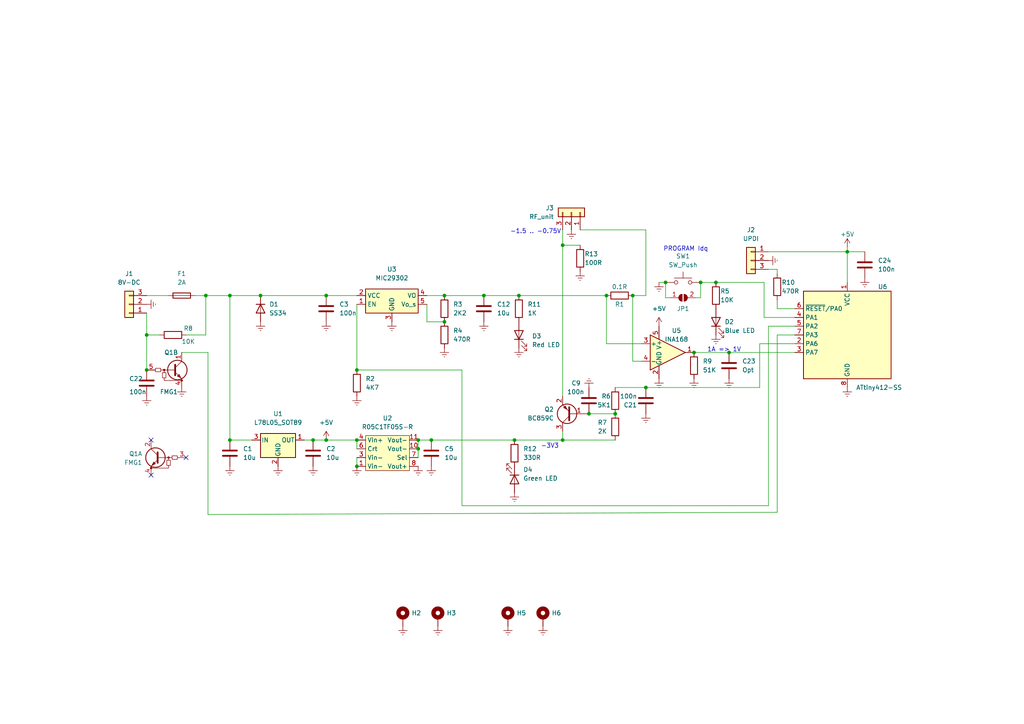
<source format=kicad_sch>
(kicad_sch (version 20211123) (generator eeschema)
  (paper "A4")
  (title_block (title "PMA5-123-3W DC Controller") (date "2025-06-01") (rev "V1.0") (comment 2 "Design PA0MHE | PA3AXA"))
  (lib_symbols
    (symbol "Amplifier_Current:INA168" (pin_names (offset 0.127))
      (property "Reference" "U" (at 3.81 5.08 0))
      (property "Value" "INA168" (at 3.81 2.54 0))
      (symbol "INA168_0_1"
        (polyline (pts (xy -5.08 5.08) (xy 5.08 0) (xy -5.08 -5.08) (xy -5.08 5.08)) (stroke (width 0.254)) (fill (type background)))
      )
      (symbol "INA168_1_1"
        (pin output line (at 7.62 0 180) (length 2.54) (name "~") (number "1"))
        (pin power_in line (at -2.54 -7.62 90) (length 3.81) (name "GND") (number "2"))
        (pin input line (at -7.62 2.54 0) (length 2.54) (name "+") (number "3"))
        (pin input line (at -7.62 -2.54 0) (length 2.54) (name "-") (number "4"))
        (pin power_in line (at -2.54 7.62 270) (length 3.81) (name "V+") (number "5"))
      )
    )
    (symbol "Connector_Generic:Conn_01x03" (pin_names (offset 1.016) hide)
      (property "Reference" "J" (at 0 5.08 0))
      (property "Value" "Conn_01x03" (at 0 -5.08 0))
      (symbol "Conn_01x03_1_1"
        (rectangle (start -1.27 -2.413) (end 0 -2.667) (stroke (width 0.1524)))
        (rectangle (start -1.27 0.127) (end 0 -0.127) (stroke (width 0.1524)))
        (rectangle (start -1.27 2.667) (end 0 2.413) (stroke (width 0.1524)))
        (rectangle (start -1.27 3.81) (end 1.27 -3.81) (stroke (width 0.254)) (fill (type background)))
        (pin passive line (at -5.08 2.54 0) (length 3.81) (name "Pin_1") (number "1"))
        (pin passive line (at -5.08 0 0) (length 3.81) (name "Pin_2") (number "2"))
        (pin passive line (at -5.08 -2.54 0) (length 3.81) (name "Pin_3") (number "3"))
      )
    )
    (symbol "Device:C" (pin_numbers hide) (pin_names (offset 0.254))
      (property "Reference" "C" (at 0.635 2.54 0))
      (property "Value" "C" (at 0.635 -2.54 0))
      (symbol "C_0_1"
        (polyline (pts (xy -2.032 -0.762) (xy 2.032 -0.762)) (stroke (width 0.508)))
        (polyline (pts (xy -2.032 0.762) (xy 2.032 0.762)) (stroke (width 0.508)))
      )
      (symbol "C_1_1"
        (pin passive line (at 0 3.81 270) (length 2.794) (name "~") (number "1"))
        (pin passive line (at 0 -3.81 90) (length 2.794) (name "~") (number "2"))
      )
    )
    (symbol "Device:D" (pin_numbers hide) (pin_names (offset 1.016) hide)
      (property "Reference" "D" (at 0 2.54 0))
      (property "Value" "D" (at 0 -2.54 0))
      (symbol "D_0_1"
        (polyline (pts (xy -1.27 1.27) (xy -1.27 -1.27)) (stroke (width 0.254)))
        (polyline (pts (xy 1.27 0) (xy -1.27 0)))
        (polyline (pts (xy 1.27 1.27) (xy 1.27 -1.27) (xy -1.27 0) (xy 1.27 1.27)) (stroke (width 0.254)))
      )
      (symbol "D_1_1"
        (pin passive line (at -3.81 0 0) (length 2.54) (name "K") (number "1"))
        (pin passive line (at 3.81 0 180) (length 2.54) (name "A") (number "2"))
      )
    )
    (symbol "Device:Fuse" (pin_numbers hide) (pin_names (offset 0))
      (property "Reference" "F" (at 2.032 0 90))
      (property "Value" "Fuse" (at -1.905 0 90))
      (symbol "Fuse_0_1"
        (rectangle (start -0.762 -2.54) (end 0.762 2.54) (stroke (width 0.254)))
        (polyline (pts (xy 0 2.54) (xy 0 -2.54)))
      )
      (symbol "Fuse_1_1"
        (pin passive line (at 0 3.81 270) (length 1.27) (name "~") (number "1"))
        (pin passive line (at 0 -3.81 90) (length 1.27) (name "~") (number "2"))
      )
    )
    (symbol "Device:LED" (pin_numbers hide) (pin_names (offset 1.016) hide)
      (property "Reference" "D" (at 0 2.54 0))
      (property "Value" "LED" (at 0 -2.54 0))
      (symbol "LED_0_1"
        (polyline (pts (xy -1.27 -1.27) (xy -1.27 1.27)) (stroke (width 0.254)))
        (polyline (pts (xy -1.27 0) (xy 1.27 0)))
        (polyline (pts (xy 1.27 -1.27) (xy 1.27 1.27) (xy -1.27 0) (xy 1.27 -1.27)) (stroke (width 0.254)))
        (polyline (pts (xy -3.048 -0.762) (xy -4.572 -2.286) (xy -3.81 -2.286) (xy -4.572 -2.286) (xy -4.572 -1.524)))
        (polyline (pts (xy -1.778 -0.762) (xy -3.302 -2.286) (xy -2.54 -2.286) (xy -3.302 -2.286) (xy -3.302 -1.524)))
      )
      (symbol "LED_1_1"
        (pin passive line (at -3.81 0 0) (length 2.54) (name "K") (number "1"))
        (pin passive line (at 3.81 0 180) (length 2.54) (name "A") (number "2"))
      )
    )
    (symbol "Device:R" (pin_numbers hide) (pin_names (offset 0))
      (property "Reference" "R" (at 2.032 0 90))
      (property "Value" "R" (at 0 0 90))
      (symbol "R_0_1"
        (rectangle (start -1.016 -2.54) (end 1.016 2.54) (stroke (width 0.254)))
      )
      (symbol "R_1_1"
        (pin passive line (at 0 3.81 270) (length 1.27) (name "~") (number "1"))
        (pin passive line (at 0 -3.81 90) (length 1.27) (name "~") (number "2"))
      )
    )
    (symbol "Jumper:SolderJumper_2_Open" (pin_names (offset 0) hide)
      (property "Reference" "JP" (at 0 2.032 0))
      (property "Value" "SolderJumper_2_Open" (at 0 -2.54 0))
      (symbol "SolderJumper_2_Open_0_1"
        (arc (start -0.254 1.016) (mid -1.27 0) (end -0.254 -1.016))
        (arc (start -0.254 1.016) (mid -1.27 0) (end -0.254 -1.016) (fill (type outline)))
        (polyline (pts (xy -0.254 1.016) (xy -0.254 -1.016)))
        (polyline (pts (xy 0.254 1.016) (xy 0.254 -1.016)))
        (arc (start 0.254 -1.016) (mid 1.27 0) (end 0.254 1.016))
        (arc (start 0.254 -1.016) (mid 1.27 0) (end 0.254 1.016) (fill (type outline)))
      )
      (symbol "SolderJumper_2_Open_1_1"
        (pin passive line (at -3.81 0 0) (length 2.54) (name "A") (number "1"))
        (pin passive line (at 3.81 0 180) (length 2.54) (name "B") (number "2"))
      )
    )
    (symbol "MCU_Microchip_ATtiny:ATtiny412-SS"
      (property "Reference" "U" (at -12.7 13.97 0))
      (property "Value" "ATtiny412-SS" (at 2.54 -13.97 0))
      (symbol "ATtiny412-SS_0_1"
        (rectangle (start -12.7 -12.7) (end 12.7 12.7) (stroke (width 0.254)) (fill (type background)))
      )
      (symbol "ATtiny412-SS_1_1"
        (pin power_in line (at 0 15.24 270) (length 2.54) (name "VCC") (number "1"))
        (pin bidirectional line (at 15.24 -2.54 180) (length 2.54) (name "PA6") (number "2"))
        (pin bidirectional line (at 15.24 -5.08 180) (length 2.54) (name "PA7") (number "3"))
        (pin bidirectional line (at 15.24 5.08 180) (length 2.54) (name "PA1") (number "4"))
        (pin bidirectional line (at 15.24 2.54 180) (length 2.54) (name "PA2") (number "5"))
        (pin bidirectional line (at 15.24 7.62 180) (length 2.54) (name "~{RESET}/PA0") (number "6"))
        (pin bidirectional line (at 15.24 0 180) (length 2.54) (name "PA3") (number "7"))
        (pin power_in line (at 0 -15.24 90) (length 2.54) (name "GND") (number "8"))
      )
    )
    (symbol "Mechanical:MountingHole_Pad" (pin_numbers hide) (pin_names (offset 1.016) hide)
      (property "Reference" "H" (at 0 6.35 0))
      (property "Value" "MountingHole_Pad" (at 0 4.445 0))
      (symbol "MountingHole_Pad_0_1"
        (circle (center 0 1.27) (radius 1.27) (stroke (width 1.27)))
      )
      (symbol "MountingHole_Pad_1_1"
        (pin input line (at 0 -2.54 90) (length 2.54) (name "1") (number "1"))
      )
    )
    (symbol "MySymbols:FMG1" (pin_names hide)
      (property "Reference" "Q" (at 3.81 1.27 0))
      (property "Value" "FMG1" (at 3.81 -1.27 0))
      (symbol "FMG1_0_1"
        (rectangle (start -6.35 0.508) (end -4.826 -0.508))
        (rectangle (start -4.318 -2.286) (end -3.302 -0.762))
        (circle (center -3.81 0) (radius 0.254) (fill (type outline)))
        (polyline (pts (xy -3.81 -0.762) (xy -3.81 0)))
        (polyline (pts (xy -0.762 0) (xy -4.826 0)))
        (polyline (pts (xy -0.635 1.524) (xy -0.635 -1.524)) (stroke (width 0.508)))
        (polyline (pts (xy -3.81 -2.286) (xy -3.81 -3.048) (xy 1.27 -3.048)))
        (circle (center 1.27 -3.048) (radius 0.254) (fill (type outline)))
      )
      (symbol "FMG1_1_1"
        (polyline (pts (xy -0.635 0.635) (xy 1.27 2.54)))
        (polyline (pts (xy -0.635 -0.635) (xy 1.27 -2.54) (xy 1.27 -2.54)))
        (polyline (pts (xy 0 -1.778) (xy 0.508 -1.27) (xy 1.016 -2.286) (xy 0 -1.778) (xy 0 -1.778)) (fill (type outline)))
        (circle (center 0 0) (radius 2.8194) (stroke (width 0.254)))
        (pin passive line (at 1.27 5.08 270) (length 2.54) (name "C1") (number "2"))
        (pin input line (at -8.89 0 0) (length 2.54) (name "B1") (number "3"))
        (pin passive line (at 1.27 -5.08 90) (length 2.54) (name "E1") (number "4"))
      )
      (symbol "FMG1_2_1"
        (polyline (pts (xy -0.635 0.635) (xy 1.27 2.54)))
        (polyline (pts (xy -0.635 -0.635) (xy 1.27 -2.54) (xy 1.27 -2.54)))
        (polyline (pts (xy 0 -1.778) (xy 0.508 -1.27) (xy 1.016 -2.286) (xy 0 -1.778) (xy 0 -1.778)) (fill (type outline)))
        (circle (center 0 0) (radius 2.8194) (stroke (width 0.254)))
        (pin passive line (at 1.27 5.08 270) (length 2.54) (name "C1") (number "1"))
        (pin passive line (at 1.27 -5.08 90) (length 2.54) (name "E1") (number "4"))
        (pin input line (at -8.89 0 0) (length 2.54) (name "B1") (number "5"))
      )
    )
    (symbol "MySymbols:MIC29302"
      (property "Reference" "U3" (at 0 7.62 0))
      (property "Value" "MIC29302" (at 0 5.08 0))
      (symbol "MIC29302_1_1"
        (rectangle (start -7.62 -5.08) (end 7.62 1.905) (stroke (width 0.254)) (fill (type background)))
        (pin input line (at -10.16 -2.54 0) (length 2.54) (name "EN") (number "1"))
        (pin power_in line (at -10.16 0 0) (length 2.54) (name "VCC") (number "2"))
        (pin power_in line (at 0 -7.62 90) (length 2.54) (name "GND") (number "3"))
        (pin power_out line (at 10.16 0 180) (length 2.54) (name "VO") (number "4"))
        (pin input line (at 10.16 -2.54 180) (length 2.54) (name "Vo_s") (number "5"))
      )
    )
    (symbol "MySymbols:R05C1TF05S-R"
      (property "Reference" "U" (at 1.27 5.08 0))
      (property "Value" "R05C1TF05S-R" (at 7.62 -7.62 0))
      (symbol "R05C1TF05S-R_0_1"
        (rectangle (start -6.35 3.81) (end 6.35 -6.35) (fill (type background)))
      )
      (symbol "R05C1TF05S-R_1_1"
        (pin input line (at -8.89 -5.08 0) (length 2.54) (name "Vin-") (number "1"))
        (pin input line (at 8.89 0 180) (length 2.54) (name "Vout-") (number "10"))
        (pin input line (at 8.89 2.54 180) (length 2.54) (name "Vout-") (number "11"))
        (pin input line (at 8.89 2.54 180) (length 2.54) hide (name "Vout-") (number "12"))
        (pin input line (at -8.89 -5.08 0) (length 2.54) hide (name "Vin-") (number "2"))
        (pin input line (at -8.89 -2.54 0) (length 2.54) (name "Vin-") (number "3"))
        (pin input line (at -8.89 2.54 0) (length 2.54) (name "Vin+") (number "4"))
        (pin input line (at -8.89 2.54 0) (length 2.54) hide (name "Vin+") (number "5"))
        (pin input line (at -8.89 0 0) (length 2.54) (name "Crt") (number "6"))
        (pin input line (at 8.89 -2.54 180) (length 2.54) (name "Sel") (number "7"))
        (pin input line (at 8.89 -5.08 180) (length 2.54) (name "Vout+") (number "8"))
        (pin input line (at 8.89 -5.08 180) (length 2.54) hide (name "Vout+") (number "9"))
      )
    )
    (symbol "Regulator_Linear:L78L05_SOT89" (pin_names (offset 0.254))
      (property "Reference" "U" (at -3.81 3.175 0))
      (property "Value" "L78L05_SOT89" (at -0.635 3.175 0))
      (symbol "L78L05_SOT89_0_1"
        (rectangle (start -5.08 1.905) (end 5.08 -5.08) (stroke (width 0.254)) (fill (type background)))
      )
      (symbol "L78L05_SOT89_1_1"
        (pin power_out line (at 7.62 0 180) (length 2.54) (name "OUT") (number "1"))
        (pin power_in line (at 0 -7.62 90) (length 2.54) (name "GND") (number "2"))
        (pin power_in line (at -7.62 0 0) (length 2.54) (name "IN") (number "3"))
      )
    )
    (symbol "Switch:SW_Push" (pin_numbers hide) (pin_names (offset 1.016) hide)
      (property "Reference" "SW" (at 1.27 2.54 0))
      (property "Value" "SW_Push" (at 0 -1.524 0))
      (symbol "SW_Push_0_1"
        (circle (center -2.032 0) (radius 0.508))
        (polyline (pts (xy 0 1.27) (xy 0 3.048)))
        (polyline (pts (xy 2.54 1.27) (xy -2.54 1.27)))
        (circle (center 2.032 0) (radius 0.508))
        (pin passive line (at -5.08 0 0) (length 2.54) (name "1") (number "1"))
        (pin passive line (at 5.08 0 180) (length 2.54) (name "2") (number "2"))
      )
    )
    (symbol "Transistor_BJT:BC859" (pin_names (offset 0) hide)
      (property "Reference" "Q" (at 5.08 1.905 0))
      (property "Value" "BC859" (at 5.08 0 0))
      (symbol "BC859_0_1"
        (polyline (pts (xy 0.635 0.635) (xy 2.54 2.54)))
        (polyline (pts (xy 0.635 -0.635) (xy 2.54 -2.54) (xy 2.54 -2.54)))
        (polyline (pts (xy 0.635 1.905) (xy 0.635 -1.905) (xy 0.635 -1.905)) (stroke (width 0.508)))
        (polyline (pts (xy 2.286 -1.778) (xy 1.778 -2.286) (xy 1.27 -1.27) (xy 2.286 -1.778) (xy 2.286 -1.778)) (fill (type outline)))
        (circle (center 1.27 0) (radius 2.8194) (stroke (width 0.254)))
      )
      (symbol "BC859_1_1"
        (pin input line (at -5.08 0 0) (length 5.715) (name "B") (number "1"))
        (pin passive line (at 2.54 -5.08 90) (length 2.54) (name "E") (number "2"))
        (pin passive line (at 2.54 5.08 270) (length 2.54) (name "C") (number "3"))
      )
    )
    (symbol "power:+5V" (power) (pin_names (offset 0))
      (property "Value" "+5V" (at 0 3.556 0))
      (symbol "+5V_0_1"
        (polyline (pts (xy -0.762 1.27) (xy 0 2.54)))
        (polyline (pts (xy 0 0) (xy 0 2.54)))
        (polyline (pts (xy 0 2.54) (xy 0.762 1.27)))
      )
      (symbol "+5V_1_1"
        (pin power_in line (at 0 0 90) (length 0) hide (name "+5V") (number "1"))
      )
    )
    (symbol "power:GNDREF" (power) (pin_names (offset 0))
      (property "Value" "GNDREF" (at 0 -3.81 0))
      (symbol "GNDREF_0_1"
        (polyline (pts (xy -0.635 -1.905) (xy 0.635 -1.905)))
        (polyline (pts (xy -0.127 -2.54) (xy 0.127 -2.54)))
        (polyline (pts (xy 0 -1.27) (xy 0 0)))
        (polyline (pts (xy 1.27 -1.27) (xy -1.27 -1.27)))
      )
      (symbol "GNDREF_1_1"
        (pin power_in line (at 0 0 270) (length 0) hide (name "GNDREF") (number "1"))
      )
    )
  )
  (junction (at 128.905 85.725))
  (junction (at 75.565 85.725))
  (junction (at 66.675 127.635))
  (junction (at 128.905 93.345))
  (junction (at 163.195 127.635))
  (junction (at 125.095 127.635))
  (junction (at 207.645 81.915))
  (junction (at 90.805 127.635))
  (junction (at 149.225 127.635))
  (junction (at 211.455 102.235))
  (junction (at 66.675 85.725))
  (junction (at 121.285 127.635))
  (junction (at 42.545 97.155))
  (junction (at 150.495 85.725))
  (junction (at 170.815 120.015))
  (junction (at 103.505 135.255))
  (junction (at 94.615 127.635))
  (junction (at 94.615 85.725))
  (junction (at 183.515 85.725))
  (junction (at 163.195 71.12))
  (junction (at 59.69 85.725))
  (junction (at 175.895 85.725))
  (junction (at 245.745 73.025))
  (junction (at 187.325 112.395))
  (junction (at 103.505 107.315))
  (junction (at 193.04 81.915))
  (junction (at 42.545 107.315))
  (junction (at 201.295 102.235))
  (junction (at 203.2 81.915))
  (junction (at 121.285 130.175))
  (junction (at 140.335 85.725))
  (junction (at 178.435 120.015))
  (junction (at 103.505 127.635))
  (no_connect (at 43.815 137.795))
  (no_connect (at 43.815 127.635))
  (no_connect (at 53.975 132.715))
  (wire (pts (xy 201.295 102.235) (xy 211.455 102.235)))
  (wire (pts (xy 220.345 112.395) (xy 220.345 99.695)))
  (wire (pts (xy 193.04 86.36) (xy 193.04 81.915)))
  (wire (pts (xy 66.675 85.725) (xy 66.675 127.635)))
  (wire (pts (xy 150.495 85.725) (xy 175.895 85.725)))
  (wire (pts (xy 53.975 97.155) (xy 59.69 97.155)))
  (wire (pts (xy 88.265 127.635) (xy 90.805 127.635)))
  (wire (pts (xy 225.425 86.995) (xy 225.425 89.535)))
  (wire (pts (xy 163.195 66.675) (xy 163.195 71.12)))
  (wire (pts (xy 187.325 112.395) (xy 220.345 112.395)))
  (wire (pts (xy 140.335 85.725) (xy 150.495 85.725)))
  (wire (pts (xy 222.885 94.615) (xy 222.885 146.685)))
  (wire (pts (xy 90.805 127.635) (xy 94.615 127.635)))
  (wire (pts (xy 183.515 104.775) (xy 183.515 85.725)))
  (wire (pts (xy 75.565 85.725) (xy 94.615 85.725)))
  (wire (pts (xy 225.425 97.155) (xy 230.505 97.155)))
  (wire (pts (xy 191.135 81.915) (xy 193.04 81.915)))
  (wire (pts (xy 42.545 85.725) (xy 48.895 85.725)))
  (wire (pts (xy 103.505 88.265) (xy 103.505 107.315)))
  (wire (pts (xy 178.435 112.395) (xy 187.325 112.395)))
  (wire (pts (xy 186.055 99.695) (xy 175.895 99.695)))
  (wire (pts (xy 133.985 146.685) (xy 222.885 146.685)))
  (wire (pts (xy 163.195 125.095) (xy 163.195 127.635)))
  (wire (pts (xy 121.285 127.635) (xy 121.285 130.175)))
  (wire (pts (xy 56.515 85.725) (xy 59.69 85.725)))
  (wire (pts (xy 94.615 85.725) (xy 103.505 85.725)))
  (wire (pts (xy 201.93 86.36) (xy 203.2 86.36)))
  (wire (pts (xy 221.615 92.075) (xy 230.505 92.075)))
  (wire (pts (xy 125.095 127.635) (xy 149.225 127.635)))
  (wire (pts (xy 225.425 78.105) (xy 225.425 79.375)))
  (wire (pts (xy 186.055 104.775) (xy 183.515 104.775)))
  (wire (pts (xy 66.675 127.635) (xy 73.025 127.635)))
  (wire (pts (xy 220.345 99.695) (xy 230.505 99.695)))
  (wire (pts (xy 163.195 71.12) (xy 168.275 71.12)))
  (wire (pts (xy 59.69 85.725) (xy 66.675 85.725)))
  (wire (pts (xy 128.905 85.725) (xy 140.335 85.725)))
  (wire (pts (xy 42.545 90.805) (xy 42.545 97.155)))
  (wire (pts (xy 222.885 73.025) (xy 245.745 73.025)))
  (wire (pts (xy 245.745 71.755) (xy 245.745 73.025)))
  (wire (pts (xy 66.675 85.725) (xy 75.565 85.725)))
  (wire (pts (xy 203.2 86.36) (xy 203.2 81.915)))
  (wire (pts (xy 121.285 127.635) (xy 125.095 127.635)))
  (wire (pts (xy 170.815 120.015) (xy 178.435 120.015)))
  (wire (pts (xy 59.69 97.155) (xy 59.69 85.725)))
  (wire (pts (xy 52.705 102.235) (xy 60.325 102.235)))
  (wire (pts (xy 123.825 93.345) (xy 128.905 93.345)))
  (wire (pts (xy 183.515 85.725) (xy 187.325 85.725)))
  (wire (pts (xy 187.325 66.675) (xy 187.325 85.725)))
  (wire (pts (xy 168.275 66.675) (xy 187.325 66.675)))
  (wire (pts (xy 222.885 94.615) (xy 230.505 94.615)))
  (wire (pts (xy 222.885 78.105) (xy 225.425 78.105)))
  (wire (pts (xy 245.745 73.025) (xy 250.825 73.025)))
  (wire (pts (xy 46.355 97.155) (xy 42.545 97.155)))
  (wire (pts (xy 225.425 89.535) (xy 230.505 89.535)))
  (wire (pts (xy 211.455 102.235) (xy 230.505 102.235)))
  (wire (pts (xy 149.225 127.635) (xy 163.195 127.635)))
  (wire (pts (xy 178.435 127.635) (xy 163.195 127.635)))
  (wire (pts (xy 225.425 97.155) (xy 225.425 148.59)))
  (wire (pts (xy 245.745 73.025) (xy 245.745 81.915)))
  (wire (pts (xy 103.505 127.635) (xy 103.505 130.175)))
  (wire (pts (xy 103.505 132.715) (xy 103.505 135.255)))
  (wire (pts (xy 121.285 130.175) (xy 121.285 132.715)))
  (wire (pts (xy 175.895 99.695) (xy 175.895 85.725)))
  (wire (pts (xy 42.545 97.155) (xy 42.545 107.315)))
  (wire (pts (xy 203.2 81.915) (xy 207.645 81.915)))
  (wire (pts (xy 60.325 149.225) (xy 225.425 148.59)))
  (wire (pts (xy 163.195 71.12) (xy 163.195 114.935)))
  (wire (pts (xy 60.325 102.235) (xy 60.325 149.225)))
  (wire (pts (xy 207.645 81.915) (xy 221.615 81.915)))
  (wire (pts (xy 221.615 81.915) (xy 221.615 92.075)))
  (wire (pts (xy 103.505 107.315) (xy 133.985 107.315)))
  (wire (pts (xy 123.825 85.725) (xy 128.905 85.725)))
  (wire (pts (xy 194.31 86.36) (xy 193.04 86.36)))
  (wire (pts (xy 133.985 107.315) (xy 133.985 146.685)))
  (wire (pts (xy 94.615 127.635) (xy 103.505 127.635)))
  (wire (pts (xy 123.825 88.265) (xy 123.825 93.345)))
  (text "PROGRAM Idq" (at 192.405 73.025 0) (effects (font (size 1.27 1.27)) (justify left bottom)))
  (text "-3V3" (at 156.845 130.175 0) (effects (font (size 1.27 1.27)) (justify left bottom)))
  (text "-1.5 .. -0.75V" (at 147.955 67.945 0) (effects (font (size 1.27 1.27)) (justify left bottom)))
  (text "1A => 1V" (at 205.105 102.235 0) (effects (font (size 1.27 1.27)) (justify left bottom)))
  (symbol (lib_id "Device:R") (at 178.435 123.825 0) (unit 1)
    (property "Reference" "R7" (at 173.355 122.5551 0) (effects (justify left)))
    (property "Value" "2K" (at 173.355 125.095 0) (effects (justify left)))
    (property "Footprint" "Resistor_SMD:R_0603_1608Metric" (effects hide))
  )
  (symbol (lib_id "power:GNDREF") (at 245.745 112.395 0) (mirror y) (unit 1)
    (property "Reference" "#PWR043" (effects hide))
    (property "Value" "GNDREF" (effects hide))
  )
  (symbol (lib_id "power:GNDREF") (at 147.32 181.61 0) (unit 1)
    (property "Reference" "#PWR048" (effects hide))
    (property "Value" "GNDREF" (effects hide))
  )
  (symbol (lib_id "MCU_Microchip_ATtiny:ATtiny412-SS") (at 245.745 97.155 0) (mirror y) (unit 1)
    (property "Reference" "U6" (at 254.635 83.185 0) (effects (justify right)))
    (property "Value" "ATtiny412-SS" (at 248.285 112.395 0) (effects (justify right)))
    (property "Footprint" "Package_SO:SOIC-8_3.9x4.9mm_P1.27mm" (effects hide))
    (property "Datasheet" "http://ww1.microchip.com/downloads/en/DeviceDoc/40001911A.pdf" (effects hide))
    (property "Mouser" "579-ATTINY412-SSF" (effects hide))
  )
  (symbol (lib_id "Device:R") (at 207.645 85.725 0) (unit 1)
    (property "Reference" "R5" (at 208.915 84.455 0) (effects (justify left)))
    (property "Value" "10K" (at 208.915 86.995 0) (effects (justify left)))
    (property "Footprint" "Resistor_SMD:R_0603_1608Metric" (effects hide))
  )
  (symbol (lib_id "Jumper:SolderJumper_2_Open") (at 198.12 86.36 0) (unit 1)
    (property "Reference" "JP1" (at 198.12 89.535 0))
    (property "Value" "'" (effects hide))
    (property "Footprint" "Jumper:SolderJumper-2_P1.3mm_Open_RoundedPad1.0x1.5mm" (effects hide))
  )
  (symbol (lib_id "Connector_Generic:Conn_01x03") (at 37.465 88.265 180) (unit 1)
    (property "Reference" "J1" (at 37.465 79.375 0))
    (property "Value" "8V-DC" (at 37.465 81.915 0))
    (property "Footprint" "MyFootprints:KF301-3P" (effects hide))
  )
  (symbol (lib_id "Device:C") (at 140.335 89.535 0) (unit 1)
    (property "Reference" "C12" (at 144.145 88.2649 0) (effects (justify left)))
    (property "Value" "10u" (at 144.145 90.8049 0) (effects (justify left)))
    (property "Footprint" "Capacitor_SMD:C_0603_1608Metric" (effects hide))
  )
  (symbol (lib_id "power:GNDREF") (at 207.645 97.155 0) (unit 1)
    (property "Reference" "#PWR011" (effects hide))
    (property "Value" "GNDREF" (effects hide))
  )
  (symbol (lib_id "power:GNDREF") (at 250.825 80.645 0) (unit 1)
    (property "Reference" "#PWR044" (effects hide))
    (property "Value" "GNDREF" (effects hide))
  )
  (symbol (lib_id "power:+5V") (at 245.745 71.755 0) (unit 1)
    (property "Reference" "#PWR042" (effects hide))
    (property "Value" "+5V" (at 245.745 67.945 0))
  )
  (symbol (lib_id "power:+5V") (at 191.135 94.615 0) (unit 1)
    (property "Reference" "#PWR031" (effects hide))
    (property "Value" "+5V" (at 191.135 89.535 0))
  )
  (symbol (lib_id "Device:R") (at 149.225 131.445 0) (unit 1)
    (property "Reference" "R12" (at 151.765 130.1749 0) (effects (justify left)))
    (property "Value" "330R" (at 151.765 132.7149 0) (effects (justify left)))
    (property "Footprint" "Resistor_SMD:R_0603_1608Metric" (effects hide))
  )
  (symbol (lib_id "MySymbols:R05C1TF05S-R") (at 112.395 130.175 0) (unit 1)
    (property "Reference" "U2" (at 112.395 121.285 0))
    (property "Value" "R05C1TF05S-R" (at 112.395 123.825 0))
    (property "Footprint" "MyFootprints:R05C1TF05S" (effects hide))
    (property "Mouser" "919-R05C1TF05S-R" (effects hide))
  )
  (symbol (lib_id "power:GNDREF") (at 103.505 114.935 0) (unit 1)
    (property "Reference" "#PWR0101" (effects hide))
    (property "Value" "GNDREF" (effects hide))
  )
  (symbol (lib_id "power:+5V") (at 94.615 127.635 0) (unit 1)
    (property "Reference" "#PWR06" (effects hide))
    (property "Value" "+5V" (at 94.615 122.555 0))
  )
  (symbol (lib_id "power:GNDREF") (at 149.225 142.875 0) (unit 1)
    (property "Reference" "#PWR037" (effects hide))
    (property "Value" "GNDREF" (effects hide))
  )
  (symbol (lib_id "Device:Fuse") (at 52.705 85.725 90) (unit 1)
    (property "Reference" "F1" (at 52.705 79.375 90))
    (property "Value" "2A" (at 52.705 81.915 90))
    (property "Footprint" "Fuse:Fuse_1812_4532Metric_Pad1.30x3.40mm_HandSolder" (effects hide))
    (property "Mouser" "576-1812L200/12DR" (effects hide))
  )
  (symbol (lib_id "power:GNDREF") (at 168.275 78.74 0) (unit 1)
    (property "Reference" "#PWR013" (effects hide))
    (property "Value" "GNDREF" (effects hide))
  )
  (symbol (lib_id "Switch:SW_Push") (at 198.12 81.915 0) (unit 1)
    (property "Reference" "SW1" (at 198.12 74.295 0))
    (property "Value" "SW_Push" (at 198.12 76.835 0))
    (property "Footprint" "Button_Switch_SMD:SW_SPST_FSMSM" (effects hide))
  )
  (symbol (lib_id "power:GNDREF") (at 75.565 93.345 0) (unit 1)
    (property "Reference" "#PWR0104" (effects hide))
    (property "Value" "GNDREF" (effects hide))
  )
  (symbol (lib_id "power:GNDREF") (at 52.705 112.395 0) (unit 1)
    (property "Reference" "#PWR03" (effects hide))
    (property "Value" "GNDREF" (effects hide))
  )
  (symbol (lib_id "Device:R") (at 168.275 74.93 0) (unit 1)
    (property "Reference" "R13" (at 169.545 73.66 0) (effects (justify left)))
    (property "Value" "100R" (at 169.545 76.2 0) (effects (justify left)))
    (property "Footprint" "Resistor_SMD:R_0805_2012Metric" (effects hide))
  )
  (symbol (lib_id "Device:R") (at 179.705 85.725 90) (unit 1)
    (property "Reference" "R1" (at 179.705 88.265 90))
    (property "Value" "0.1R" (at 179.705 83.185 90))
    (property "Footprint" "Resistor_SMD:R_2512_6332Metric" (effects hide))
    (property "Mouser" "603-PT2512FK-070R1L" (effects hide))
  )
  (symbol (lib_id "Transistor_BJT:BC859") (at 165.735 120.015 180) (unit 1)
    (property "Reference" "Q2" (at 160.655 118.7449 0) (effects (justify left)))
    (property "Value" "BC859C" (at 160.655 121.2849 0) (effects (justify left)))
    (property "Footprint" "Package_TO_SOT_SMD:SOT-23" (effects hide))
    (property "Datasheet" "http://www.infineon.com/dgdl/Infineon-BC857SERIES_BC858SERIES_BC859SERIES_BC860SERIES-DS-v01_01-en.pdf?fileId=db3a304314dca389011541da0e3a1661" (effects hide))
  )
  (symbol (lib_id "Device:LED") (at 150.495 97.155 90) (unit 1)
    (property "Reference" "D3" (at 154.305 97.4724 90) (effects (justify right)))
    (property "Value" "Red LED" (at 154.305 100.0124 90) (effects (justify right)))
    (property "Footprint" "LED_SMD:LED_0805_2012Metric" (effects hide))
  )
  (symbol (lib_id "power:GNDREF") (at 150.495 100.965 0) (unit 1)
    (property "Reference" "#PWR036" (effects hide))
    (property "Value" "GNDREF" (effects hide))
  )
  (symbol (lib_id "power:GNDREF") (at 90.805 135.255 0) (unit 1)
    (property "Reference" "#PWR07" (effects hide))
    (property "Value" "GNDREF" (effects hide))
  )
  (symbol (lib_id "power:GNDREF") (at 113.665 93.345 0) (unit 1)
    (property "Reference" "#PWR010" (effects hide))
    (property "Value" "GNDREF" (effects hide))
  )
  (symbol (lib_id "Mechanical:MountingHole_Pad") (at 157.48 179.07 0) (unit 1)
    (property "Reference" "H6" (at 160.02 177.7999 0) (effects (justify left)))
    (property "Footprint" "MountingHole:MountingHole_2.7mm_M2.5_Pad_Via" (effects hide))
  )
  (symbol (lib_id "Device:R") (at 225.425 83.185 0) (unit 1)
    (property "Reference" "R10" (at 226.695 81.915 0) (effects (justify left)))
    (property "Value" "470R" (at 226.695 84.455 0) (effects (justify left)))
    (property "Footprint" "Resistor_SMD:R_0603_1608Metric" (effects hide))
  )
  (symbol (lib_id "power:GNDREF") (at 103.505 135.255 0) (unit 1)
    (property "Reference" "#PWR09" (effects hide))
    (property "Value" "GNDREF" (effects hide))
  )
  (symbol (lib_id "Device:C") (at 90.805 131.445 0) (unit 1)
    (property "Reference" "C2" (at 94.615 130.1749 0) (effects (justify left)))
    (property "Value" "10u" (at 94.615 132.7149 0) (effects (justify left)))
    (property "Footprint" "Capacitor_SMD:C_0603_1608Metric" (effects hide))
  )
  (symbol (lib_id "Device:C") (at 66.675 131.445 0) (unit 1)
    (property "Reference" "C1" (at 70.485 130.1749 0) (effects (justify left)))
    (property "Value" "10u" (at 70.485 132.7149 0) (effects (justify left)))
    (property "Footprint" "Capacitor_SMD:C_0805_2012Metric" (effects hide))
  )
  (symbol (lib_id "power:GNDREF") (at 201.295 109.855 0) (mirror y) (unit 1)
    (property "Reference" "#PWR039" (effects hide))
    (property "Value" "GNDREF" (effects hide))
  )
  (symbol (lib_id "Device:C") (at 187.325 116.205 180) (unit 1)
    (property "Reference" "C21" (at 184.785 117.475 0) (effects (justify left)))
    (property "Value" "100n" (at 184.785 114.935 0) (effects (justify left)))
    (property "Footprint" "Capacitor_SMD:C_0603_1608Metric" (effects hide))
  )
  (symbol (lib_id "power:GNDREF") (at 170.815 112.395 0) (mirror x) (unit 1)
    (property "Reference" "#PWR019" (effects hide))
    (property "Value" "GNDREF" (effects hide))
  )
  (symbol (lib_id "power:GNDREF") (at 165.735 66.675 0) (unit 1)
    (property "Reference" "#PWR0103" (effects hide))
    (property "Value" "GNDREF" (effects hide))
  )
  (symbol (lib_id "Device:R") (at 178.435 116.205 0) (mirror x) (unit 1)
    (property "Reference" "R6" (at 177.165 114.935 0) (effects (justify right)))
    (property "Value" "5K1" (at 177.165 117.475 0) (effects (justify right)))
    (property "Footprint" "Resistor_SMD:R_0603_1608Metric" (effects hide))
  )
  (symbol (lib_id "power:GNDREF") (at 157.48 181.61 0) (unit 1)
    (property "Reference" "#PWR049" (effects hide))
    (property "Value" "GNDREF" (effects hide))
  )
  (symbol (lib_id "power:GNDREF") (at 66.675 135.255 0) (unit 1)
    (property "Reference" "#PWR0105" (effects hide))
    (property "Value" "GNDREF" (effects hide))
  )
  (symbol (lib_id "power:GNDREF") (at 94.615 93.345 0) (unit 1)
    (property "Reference" "#PWR08" (effects hide))
    (property "Value" "GNDREF" (effects hide))
  )
  (symbol (lib_id "Connector_Generic:Conn_01x03") (at 165.735 61.595 270) (mirror x) (unit 1)
    (property "Reference" "J3" (at 160.655 60.3249 90) (effects (justify right)))
    (property "Value" "RF_unit" (at 160.655 62.8649 90) (effects (justify right)))
    (property "Footprint" "MyFootprints:KF301-3P" (effects hide))
  )
  (symbol (lib_id "power:GNDREF") (at 125.095 135.255 0) (unit 1)
    (property "Reference" "#PWR014" (effects hide))
    (property "Value" "GNDREF" (effects hide))
  )
  (symbol (lib_id "Device:C") (at 250.825 76.835 0) (unit 1)
    (property "Reference" "C24" (at 254.635 75.565 0) (effects (justify left)))
    (property "Value" "100n" (at 254.635 78.105 0) (effects (justify left)))
    (property "Footprint" "Capacitor_SMD:C_0603_1608Metric" (effects hide))
  )
  (symbol (lib_id "power:GNDREF") (at 42.545 114.935 0) (unit 1)
    (property "Reference" "#PWR02" (effects hide))
    (property "Value" "GNDREF" (effects hide))
  )
  (symbol (lib_id "power:GNDREF") (at 80.645 135.255 0) (unit 1)
    (property "Reference" "#PWR05" (effects hide))
    (property "Value" "GNDREF" (effects hide))
  )
  (symbol (lib_id "Device:R") (at 103.505 111.125 0) (unit 1)
    (property "Reference" "R2" (at 106.045 109.8549 0) (effects (justify left)))
    (property "Value" "4K7" (at 106.045 112.3949 0) (effects (justify left)))
    (property "Footprint" "Resistor_SMD:R_0603_1608Metric" (effects hide))
  )
  (symbol (lib_id "Amplifier_Current:INA168") (at 193.675 102.235 0) (unit 1)
    (property "Reference" "U5" (at 196.215 95.885 0))
    (property "Value" "INA168" (at 196.215 98.425 0))
    (property "Footprint" "Package_TO_SOT_SMD:SOT-23-5" (effects hide))
    (property "Datasheet" "http://www.ti.com/lit/ds/symlink/ina138.pdf" (effects hide))
    (property "Mouser" "595-INA168NA/3K" (effects hide))
  )
  (symbol (lib_id "Regulator_Linear:L78L05_SOT89") (at 80.645 127.635 0) (unit 1)
    (property "Reference" "U1" (at 80.645 120.015 0))
    (property "Value" "L78L05_SOT89" (at 80.645 122.555 0))
    (property "Footprint" "Package_TO_SOT_SMD:SOT-89-3" (effects hide))
    (property "Datasheet" "http://www.st.com/content/ccc/resource/technical/document/datasheet/15/55/e5/aa/23/5b/43/fd/CD00000446.pdf/files/CD00000446.pdf/jcr:content/translations/en.CD00000446.pdf" (effects hide))
    (property "Mouser" "511-L78L05ABU" (effects hide))
  )
  (symbol (lib_id "Mechanical:MountingHole_Pad") (at 116.84 179.07 0) (unit 1)
    (property "Reference" "H2" (at 119.38 177.7999 0) (effects (justify left)))
    (property "Footprint" "MountingHole:MountingHole_2.7mm_M2.5_Pad_Via" (effects hide))
  )
  (symbol (lib_id "power:GNDREF") (at 128.905 100.965 0) (unit 1)
    (property "Reference" "#PWR017" (effects hide))
    (property "Value" "GNDREF" (effects hide))
  )
  (symbol (lib_id "Device:R") (at 150.495 89.535 0) (unit 1)
    (property "Reference" "R11" (at 153.035 88.2649 0) (effects (justify left)))
    (property "Value" "1K" (at 153.035 90.8049 0) (effects (justify left)))
    (property "Footprint" "Resistor_SMD:R_0603_1608Metric" (effects hide))
  )
  (symbol (lib_id "MySymbols:MIC29302") (at 113.665 85.725 0) (unit 1)
    (property "Reference" "U3" (at 113.665 78.105 0))
    (property "Value" "MIC29302" (at 113.665 80.645 0))
    (property "Footprint" "Package_TO_SOT_SMD:TO-263-5_TabPin3" (effects hide))
    (property "Mouser" "998-MIC29302WU" (effects hide))
  )
  (symbol (lib_id "Device:R") (at 50.165 97.155 90) (unit 1)
    (property "Reference" "R8" (at 54.61 95.25 90))
    (property "Value" "10K" (at 54.61 99.06 90))
    (property "Footprint" "Resistor_SMD:R_0603_1608Metric" (effects hide))
  )
  (symbol (lib_id "power:GNDREF") (at 222.885 75.565 90) (unit 1)
    (property "Reference" "#PWR041" (effects hide))
    (property "Value" "GNDREF" (effects hide))
  )
  (symbol (lib_id "Device:C") (at 125.095 131.445 0) (unit 1)
    (property "Reference" "C5" (at 128.905 130.1749 0) (effects (justify left)))
    (property "Value" "10u" (at 128.905 132.7149 0) (effects (justify left)))
    (property "Footprint" "Capacitor_SMD:C_0603_1608Metric" (effects hide))
  )
  (symbol (lib_id "power:GNDREF") (at 211.455 109.855 0) (unit 1)
    (property "Reference" "#PWR04" (effects hide))
    (property "Value" "GNDREF" (effects hide))
  )
  (symbol (lib_id "MySymbols:FMG1") (at 45.085 132.715 0) (mirror y) (unit 1)
    (property "Reference" "Q1" (at 41.275 131.6227 0) (effects (justify left)))
    (property "Value" "FMG1" (at 41.275 134.1627 0) (effects (justify left)))
    (property "Footprint" "MyFootprints:SOT-25_HandSoldering" (effects hide))
    (property "Mouser" "755-FMG1AT148" (effects hide))
  )
  (symbol (lib_id "Device:C") (at 42.545 111.125 0) (unit 1)
    (property "Reference" "C22" (at 37.465 109.855 0) (effects (justify left)))
    (property "Value" "100n" (at 37.465 113.665 0) (effects (justify left)))
    (property "Footprint" "Capacitor_SMD:C_0603_1608Metric" (effects hide))
  )
  (symbol (lib_id "power:GNDREF") (at 42.545 88.265 90) (unit 1)
    (property "Reference" "#PWR01" (effects hide))
    (property "Value" "GNDREF" (effects hide))
  )
  (symbol (lib_id "MySymbols:FMG1") (at 51.435 107.315 0) (unit 2)
    (property "Reference" "Q1" (at 47.625 102.235 0) (effects (justify left)))
    (property "Value" "FMG1" (at 46.355 113.665 0) (effects (justify left)))
    (property "Footprint" "MyFootprints:SOT-25_HandSoldering" (effects hide))
    (property "Mouser" "755-FMG1AT148" (effects hide))
  )
  (symbol (lib_id "Device:D") (at 75.565 89.535 270) (unit 1)
    (property "Reference" "D1" (at 78.105 88.2649 90) (effects (justify left)))
    (property "Value" "SS34" (at 78.105 90.8049 90) (effects (justify left)))
    (property "Footprint" "Diode_SMD:D_SMA" (effects hide))
    (property "Mouser" "750-SS34BF" (effects hide))
  )
  (symbol (lib_id "Device:LED") (at 207.645 93.345 90) (unit 1)
    (property "Reference" "D2" (at 210.185 93.345 90) (effects (justify right)))
    (property "Value" "Blue LED" (at 210.185 95.885 90) (effects (justify right)))
    (property "Footprint" "LED_SMD:LED_0805_2012Metric" (effects hide))
  )
  (symbol (lib_id "Mechanical:MountingHole_Pad") (at 127 179.07 0) (unit 1)
    (property "Reference" "H3" (at 129.54 177.7999 0) (effects (justify left)))
    (property "Footprint" "MountingHole:MountingHole_2.7mm_M2.5_Pad_Via" (effects hide))
  )
  (symbol (lib_id "power:GNDREF") (at 140.335 93.345 0) (unit 1)
    (property "Reference" "#PWR022" (effects hide))
    (property "Value" "GNDREF" (effects hide))
  )
  (symbol (lib_id "power:GNDREF") (at 191.135 109.855 0) (mirror y) (unit 1)
    (property "Reference" "#PWR038" (effects hide))
    (property "Value" "GNDREF" (effects hide))
  )
  (symbol (lib_id "Connector_Generic:Conn_01x03") (at 217.805 75.565 0) (mirror y) (unit 1)
    (property "Reference" "J2" (at 217.805 66.675 0))
    (property "Value" "UPDI" (at 217.805 69.215 0))
    (property "Footprint" "Connector_PinHeader_2.54mm:PinHeader_1x03_P2.54mm_Vertical" (effects hide))
  )
  (symbol (lib_id "power:GNDREF") (at 191.135 81.915 0) (mirror y) (unit 1)
    (property "Reference" "#PWR0102" (effects hide))
    (property "Value" "GNDREF" (effects hide))
  )
  (symbol (lib_id "Device:C") (at 211.455 106.045 0) (unit 1)
    (property "Reference" "C23" (at 215.265 104.775 0) (effects (justify left)))
    (property "Value" "Opt" (at 215.265 107.315 0) (effects (justify left)))
    (property "Footprint" "Capacitor_SMD:C_0603_1608Metric" (effects hide))
  )
  (symbol (lib_id "Device:R") (at 201.295 106.045 0) (unit 1)
    (property "Reference" "R9" (at 203.835 104.7749 0) (effects (justify left)))
    (property "Value" "51K" (at 203.835 107.3149 0) (effects (justify left)))
    (property "Footprint" "Resistor_SMD:R_0603_1608Metric" (effects hide))
  )
  (symbol (lib_id "Device:LED") (at 149.225 139.065 270) (unit 1)
    (property "Reference" "D4" (at 151.765 136.2074 90) (effects (justify left)))
    (property "Value" "Green LED" (at 151.765 138.7474 90) (effects (justify left)))
    (property "Footprint" "LED_SMD:LED_0805_2012Metric" (effects hide))
  )
  (symbol (lib_id "Device:R") (at 128.905 89.535 0) (unit 1)
    (property "Reference" "R3" (at 131.445 88.2649 0) (effects (justify left)))
    (property "Value" "2K2" (at 131.445 90.8049 0) (effects (justify left)))
    (property "Footprint" "Resistor_SMD:R_0603_1608Metric" (effects hide))
  )
  (symbol (lib_id "Device:C") (at 94.615 89.535 0) (unit 1)
    (property "Reference" "C3" (at 98.425 88.2649 0) (effects (justify left)))
    (property "Value" "100n" (at 98.425 90.8049 0) (effects (justify left)))
    (property "Footprint" "Capacitor_SMD:C_0603_1608Metric" (effects hide))
  )
  (symbol (lib_id "power:GNDREF") (at 127 181.61 0) (unit 1)
    (property "Reference" "#PWR046" (effects hide))
    (property "Value" "GNDREF" (effects hide))
  )
  (symbol (lib_id "Mechanical:MountingHole_Pad") (at 147.32 179.07 0) (unit 1)
    (property "Reference" "H5" (at 149.86 177.7999 0) (effects (justify left)))
    (property "Footprint" "MountingHole:MountingHole_2.7mm_M2.5_Pad_Via" (effects hide))
  )
  (symbol (lib_id "power:GNDREF") (at 121.285 135.255 0) (unit 1)
    (property "Reference" "#PWR012" (effects hide))
    (property "Value" "GNDREF" (effects hide))
  )
  (symbol (lib_id "power:GNDREF") (at 187.325 120.015 0) (mirror y) (unit 1)
    (property "Reference" "#PWR025" (effects hide))
    (property "Value" "GNDREF" (effects hide))
  )
  (symbol (lib_id "power:GNDREF") (at 116.84 181.61 0) (unit 1)
    (property "Reference" "#PWR045" (effects hide))
    (property "Value" "GNDREF" (effects hide))
  )
  (symbol (lib_id "Device:C") (at 170.815 116.205 0) (unit 1)
    (property "Reference" "C9" (at 165.735 111.125 0) (effects (justify left)))
    (property "Value" "100n" (at 164.465 113.665 0) (effects (justify left)))
    (property "Footprint" "Capacitor_SMD:C_0603_1608Metric" (effects hide))
  )
  (symbol (lib_id "Device:R") (at 128.905 97.155 0) (unit 1)
    (property "Reference" "R4" (at 131.445 95.8849 0) (effects (justify left)))
    (property "Value" "470R" (at 131.445 98.4249 0) (effects (justify left)))
    (property "Footprint" "Resistor_SMD:R_0603_1608Metric" (effects hide))
  )
)
</source>
